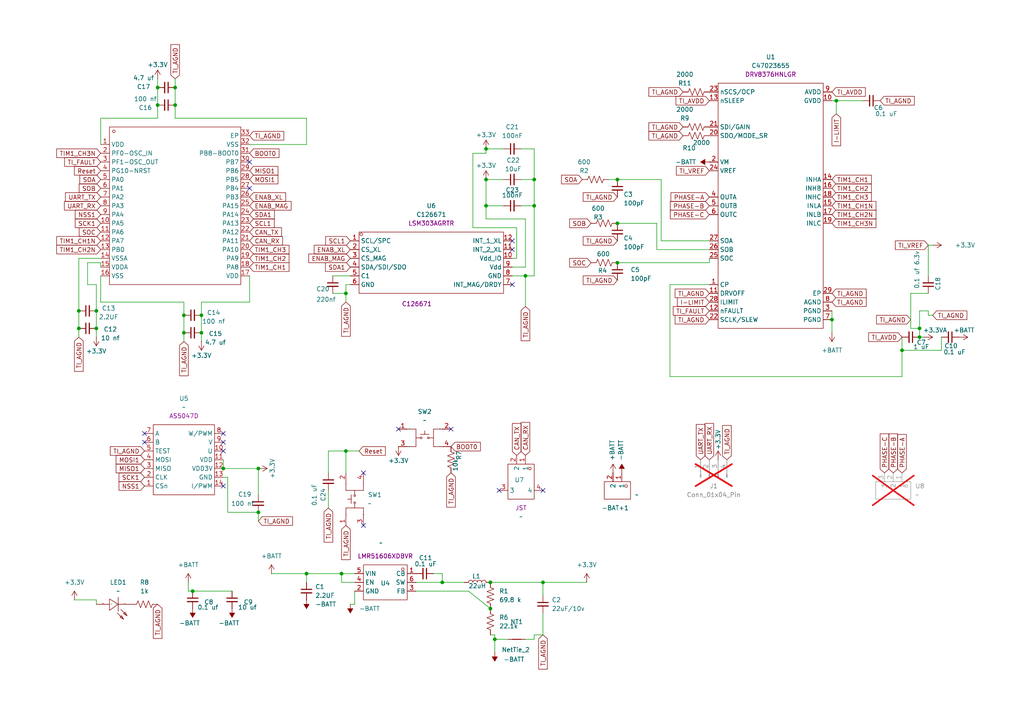
<source format=kicad_sch>
(kicad_sch (version 20250114) (generator "eeschema") (generator_version "9.0")
  (paper "A4")
  (junction (at 100.33 85.09))
  (junction (at 50.8 25.4))
  (junction (at 50.8 30.48))
  (junction (at 53.34 96.52))
  (junction (at 27.94 90.17))
  (junction (at 179.07 52.07))
  (junction (at 157.48 168.91))
  (junction (at 55.88 171.45))
  (junction (at 154.94 59.69))
  (junction (at 99.06 166.37))
  (junction (at 152.4 80.01))
  (junction (at 45.72 25.4))
  (junction (at 266.7 95.25))
  (junction (at 74.93 135.89))
  (junction (at 58.42 91.44))
  (junction (at 45.72 30.48))
  (junction (at 154.94 52.07))
  (junction (at 266.7 97.79))
  (junction (at 53.34 91.44))
  (junction (at 142.24 176.53))
  (junction (at 140.97 43.18))
  (junction (at 22.86 90.17))
  (junction (at 88.9 166.37))
  (junction (at 27.94 95.25))
  (junction (at 100.33 130.81))
  (junction (at 143.51 185.42))
  (junction (at 22.86 95.25))
  (junction (at 128.27 168.91))
  (junction (at 140.97 52.07))
  (junction (at 58.42 96.52))
  (junction (at 140.97 59.69))
  (junction (at 261.62 101.6))
  (junction (at 179.07 64.77))
  (junction (at 142.24 168.91))
  (junction (at 242.57 29.21))
  (junction (at 179.07 76.2))
  (junction (at 241.3 92.71))
  (junction (at 64.77 135.89))
  (junction (at 74.93 148.59))
  (no_connect (at 144.78 142.24))
  (no_connect (at 157.48 142.24))
  (no_connect (at 130.81 124.46))
  (no_connect (at 64.77 125.73))
  (no_connect (at 148.59 72.39))
  (no_connect (at 64.77 140.97))
  (no_connect (at 115.57 124.46))
  (no_connect (at 105.41 152.4))
  (no_connect (at 64.77 130.81))
  (no_connect (at 64.77 128.27))
  (no_connect (at 105.41 137.16))
  (no_connect (at 148.59 82.55))
  (no_connect (at 72.39 46.99))
  (no_connect (at 41.91 128.27))
  (no_connect (at 148.59 69.85))
  (no_connect (at 41.91 125.73))
  (no_connect (at 72.39 54.61))
  (wire (pts (xy 154.94 52.07) (xy 154.94 59.69)))
  (wire (pts (xy 128.27 166.37) (xy 128.27 168.91)))
  (wire (pts (xy 66.04 148.59) (xy 74.93 148.59)))
  (wire (pts (xy 53.34 99.06) (xy 53.34 96.52)))
  (wire (pts (xy 102.87 168.91) (xy 99.06 168.91)))
  (wire (pts (xy 205.74 82.55) (xy 194.31 82.55)))
  (wire (pts (xy 45.72 30.48) (xy 45.72 25.4)))
  (wire (pts (xy 205.74 76.2) (xy 205.74 74.93)))
  (wire (pts (xy 74.93 143.51) (xy 74.93 135.89)))
  (wire (pts (xy 55.88 171.45) (xy 67.31 171.45)))
  (wire (pts (xy 191.77 52.07) (xy 191.77 69.85)))
  (wire (pts (xy 143.51 185.42) (xy 143.51 189.23)))
  (wire (pts (xy 157.48 168.91) (xy 170.18 168.91)))
  (wire (pts (xy 151.13 52.07) (xy 154.94 52.07)))
  (wire (pts (xy 54.61 168.91) (xy 54.61 171.45)))
  (wire (pts (xy 102.87 171.45) (xy 102.87 175.26)))
  (wire (pts (xy 22.86 97.79) (xy 22.86 95.25)))
  (wire (pts (xy 58.42 99.06) (xy 58.42 96.52)))
  (wire (pts (xy 45.72 22.86) (xy 45.72 25.4)))
  (wire (pts (xy 154.94 43.18) (xy 154.94 52.07)))
  (wire (pts (xy 146.05 59.69) (xy 140.97 59.69)))
  (wire (pts (xy 135.89 171.45) (xy 142.24 176.53)))
  (wire (pts (xy 140.97 43.18) (xy 146.05 43.18)))
  (wire (pts (xy 143.51 184.15) (xy 142.24 184.15)))
  (wire (pts (xy 261.62 97.79) (xy 261.62 101.6)))
  (wire (pts (xy 25.4 82.55) (xy 25.4 76.2)))
  (wire (pts (xy 152.4 80.01) (xy 148.59 80.01)))
  (wire (pts (xy 78.74 166.37) (xy 88.9 166.37)))
  (wire (pts (xy 261.62 101.6) (xy 273.05 101.6)))
  (wire (pts (xy 269.24 91.44) (xy 270.51 91.44)))
  (wire (pts (xy 269.24 90.17) (xy 269.24 91.44)))
  (wire (pts (xy 152.4 77.47) (xy 148.59 77.47)))
  (wire (pts (xy 100.33 82.55) (xy 100.33 85.09)))
  (wire (pts (xy 191.77 69.85) (xy 205.74 69.85)))
  (wire (pts (xy 152.4 63.5) (xy 140.97 63.5)))
  (wire (pts (xy 50.8 34.29) (xy 50.8 30.48)))
  (wire (pts (xy 50.8 22.86) (xy 50.8 25.4)))
  (wire (pts (xy 137.16 66.04) (xy 149.86 66.04)))
  (wire (pts (xy 137.16 44.45) (xy 137.16 66.04)))
  (wire (pts (xy 96.52 80.01) (xy 101.6 80.01)))
  (wire (pts (xy 100.33 137.16) (xy 100.33 130.81)))
  (wire (pts (xy 179.07 76.2) (xy 205.74 76.2)))
  (wire (pts (xy 176.53 52.07) (xy 179.07 52.07)))
  (wire (pts (xy 194.31 82.55) (xy 194.31 109.22)))
  (wire (pts (xy 64.77 135.89) (xy 64.77 133.35)))
  (wire (pts (xy 66.04 138.43) (xy 66.04 148.59)))
  (wire (pts (xy 149.86 66.04) (xy 149.86 74.93)))
  (wire (pts (xy 50.8 34.29) (xy 88.9 34.29)))
  (wire (pts (xy 53.34 87.63) (xy 53.34 91.44)))
  (wire (pts (xy 142.24 168.91) (xy 157.48 168.91)))
  (wire (pts (xy 190.5 72.39) (xy 190.5 64.77)))
  (wire (pts (xy 205.74 72.39) (xy 190.5 72.39)))
  (wire (pts (xy 120.65 168.91) (xy 128.27 168.91)))
  (wire (pts (xy 154.94 184.15) (xy 154.94 185.42)))
  (wire (pts (xy 152.4 63.5) (xy 152.4 77.47)))
  (wire (pts (xy 22.86 74.93) (xy 29.21 74.93)))
  (wire (pts (xy 88.9 34.29) (xy 88.9 41.91)))
  (wire (pts (xy 148.59 74.93) (xy 149.86 74.93)))
  (wire (pts (xy 140.97 52.07) (xy 146.05 52.07)))
  (wire (pts (xy 27.94 97.79) (xy 27.94 95.25)))
  (wire (pts (xy 72.39 87.63) (xy 72.39 80.01)))
  (wire (pts (xy 152.4 80.01) (xy 152.4 88.9)))
  (wire (pts (xy 140.97 43.18) (xy 140.97 44.45)))
  (wire (pts (xy 154.94 59.69) (xy 154.94 80.01)))
  (wire (pts (xy 190.5 64.77) (xy 179.07 64.77)))
  (wire (pts (xy 273.05 97.79) (xy 273.05 101.6)))
  (wire (pts (xy 102.87 175.26) (xy 101.6 175.26)))
  (wire (pts (xy 88.9 166.37) (xy 99.06 166.37)))
  (wire (pts (xy 88.9 41.91) (xy 72.39 41.91)))
  (wire (pts (xy 99.06 168.91) (xy 99.06 166.37)))
  (wire (pts (xy 27.94 90.17) (xy 27.94 95.25)))
  (wire (pts (xy 241.3 90.17) (xy 241.3 92.71)))
  (wire (pts (xy 151.13 59.69) (xy 154.94 59.69)))
  (wire (pts (xy 29.21 87.63) (xy 29.21 80.01)))
  (wire (pts (xy 261.62 101.6) (xy 261.62 109.22)))
  (wire (pts (xy 151.13 43.18) (xy 154.94 43.18)))
  (wire (pts (xy 120.65 171.45) (xy 135.89 171.45)))
  (wire (pts (xy 29.21 34.29) (xy 29.21 41.91)))
  (wire (pts (xy 96.52 85.09) (xy 100.33 85.09)))
  (wire (pts (xy 54.61 171.45) (xy 55.88 171.45)))
  (wire (pts (xy 99.06 166.37) (xy 102.87 166.37)))
  (wire (pts (xy 241.3 92.71) (xy 241.3 96.52)))
  (wire (pts (xy 266.7 90.17) (xy 266.7 95.25)))
  (wire (pts (xy 152.4 80.01) (xy 154.94 80.01)))
  (wire (pts (xy 154.94 184.15) (xy 157.48 184.15)))
  (wire (pts (xy 269.24 90.17) (xy 266.7 90.17)))
  (wire (pts (xy 154.94 185.42) (xy 152.4 185.42)))
  (wire (pts (xy 125.73 166.37) (xy 128.27 166.37)))
  (wire (pts (xy 140.97 59.69) (xy 140.97 63.5)))
  (wire (pts (xy 58.42 91.44) (xy 58.42 87.63)))
  (wire (pts (xy 267.97 97.79) (xy 266.7 97.79)))
  (wire (pts (xy 45.72 30.48) (xy 45.72 34.29)))
  (wire (pts (xy 29.21 76.2) (xy 29.21 77.47)))
  (wire (pts (xy 266.7 95.25) (xy 266.7 97.79)))
  (wire (pts (xy 27.94 82.55) (xy 25.4 82.55)))
  (wire (pts (xy 157.48 168.91) (xy 157.48 172.72)))
  (wire (pts (xy 242.57 33.02) (xy 242.57 29.21)))
  (wire (pts (xy 264.16 85.09) (xy 264.16 95.25)))
  (wire (pts (xy 74.93 151.13) (xy 74.93 148.59)))
  (wire (pts (xy 64.77 135.89) (xy 74.93 135.89)))
  (wire (pts (xy 264.16 85.09) (xy 269.24 85.09)))
  (wire (pts (xy 270.51 71.12) (xy 269.24 71.12)))
  (wire (pts (xy 269.24 71.12) (xy 269.24 80.01)))
  (wire (pts (xy 95.25 147.32) (xy 95.25 142.24)))
  (wire (pts (xy 179.07 52.07) (xy 191.77 52.07)))
  (wire (pts (xy 45.72 34.29) (xy 29.21 34.29)))
  (wire (pts (xy 100.33 85.09) (xy 100.33 87.63)))
  (wire (pts (xy 95.25 137.16) (xy 95.25 130.81)))
  (wire (pts (xy 100.33 130.81) (xy 104.14 130.81)))
  (wire (pts (xy 250.19 29.21) (xy 242.57 29.21)))
  (wire (pts (xy 66.04 138.43) (xy 64.77 138.43)))
  (wire (pts (xy 128.27 168.91) (xy 134.62 168.91)))
  (wire (pts (xy 157.48 184.15) (xy 157.48 177.8)))
  (wire (pts (xy 22.86 95.25) (xy 22.86 90.17)))
  (wire (pts (xy 242.57 29.21) (xy 241.3 29.21)))
  (wire (pts (xy 58.42 91.44) (xy 58.42 96.52)))
  (wire (pts (xy 53.34 91.44) (xy 53.34 96.52)))
  (wire (pts (xy 22.86 74.93) (xy 22.86 90.17)))
  (wire (pts (xy 147.32 185.42) (xy 143.51 185.42)))
  (wire (pts (xy 53.34 87.63) (xy 29.21 87.63)))
  (wire (pts (xy 27.94 90.17) (xy 27.94 82.55)))
  (wire (pts (xy 264.16 95.25) (xy 266.7 95.25)))
  (wire (pts (xy 21.59 173.99) (xy 27.94 173.99)))
  (wire (pts (xy 50.8 30.48) (xy 50.8 25.4)))
  (wire (pts (xy 194.31 109.22) (xy 261.62 109.22)))
  (wire (pts (xy 95.25 130.81) (xy 100.33 130.81)))
  (wire (pts (xy 58.42 87.63) (xy 72.39 87.63)))
  (wire (pts (xy 25.4 76.2) (xy 29.21 76.2)))
  (wire (pts (xy 140.97 52.07) (xy 140.97 59.69)))
  (wire (pts (xy 101.6 82.55) (xy 100.33 82.55)))
  (wire (pts (xy 27.94 173.99) (xy 27.94 175.26)))
  (wire (pts (xy 88.9 166.37) (xy 88.9 168.91)))
  (wire (pts (xy 143.51 184.15) (xy 143.51 185.42)))
  (wire (pts (xy 140.97 44.45) (xy 137.16 44.45)))
  (global_label "TI_AGND" (shape input) (at 210.82 133.35 90) (property "Intersheetrefs" "${INTERSHEET_REFS}" (effects (hide yes))))
  (global_label "SOC" (shape input) (at 29.21 67.31 180) (property "Intersheetrefs" "${INTERSHEET_REFS}" (effects (hide yes))))
  (global_label "SCL1" (shape input) (at 72.39 64.77 0) (property "Intersheetrefs" "${INTERSHEET_REFS}" (effects (hide yes))))
  (global_label "CAN_RX" (shape input) (at 152.4 132.08 90) (property "Intersheetrefs" "${INTERSHEET_REFS}" (effects (hide yes))))
  (global_label "TIM1_CH1N" (shape input) (at 241.3 59.69 0) (property "Intersheetrefs" "${INTERSHEET_REFS}" (effects (hide yes))))
  (global_label "UART_RX" (shape input) (at 205.74 133.35 90) (property "Intersheetrefs" "${INTERSHEET_REFS}" (effects (hide yes))))
  (global_label "ENAB_MAG" (shape input) (at 72.39 59.69 0) (property "Intersheetrefs" "${INTERSHEET_REFS}" (effects (hide yes))))
  (global_label "TIM1_CH2N" (shape input) (at 241.3 62.23 0) (property "Intersheetrefs" "${INTERSHEET_REFS}" (effects (hide yes))))
  (global_label "TIM1_CH3N" (shape input) (at 29.21 44.45 180) (property "Intersheetrefs" "${INTERSHEET_REFS}" (effects (hide yes))))
  (global_label "UART_RX" (shape input) (at 29.21 59.69 180) (property "Intersheetrefs" "${INTERSHEET_REFS}" (effects (hide yes))))
  (global_label "TI_VREF" (shape input) (at 269.24 71.12 180) (property "Intersheetrefs" "${INTERSHEET_REFS}" (effects (hide yes))))
  (global_label "I-LIMIT" (shape input) (at 242.57 33.02 270) (property "Intersheetrefs" "${INTERSHEET_REFS}" (effects (hide yes))))
  (global_label "TI_AGND" (shape input) (at 72.39 39.37 0) (property "Intersheetrefs" "${INTERSHEET_REFS}" (effects (hide yes))))
  (global_label "SOB" (shape input) (at 29.21 54.61 180) (property "Intersheetrefs" "${INTERSHEET_REFS}" (effects (hide yes))))
  (global_label "ENAB_MAG" (shape input) (at 101.6 74.93 180) (property "Intersheetrefs" "${INTERSHEET_REFS}" (effects (hide yes))))
  (global_label "TI_AGND" (shape input) (at 270.51 91.44 0) (property "Intersheetrefs" "${INTERSHEET_REFS}" (effects (hide yes))))
  (global_label "TI_AGND" (shape input) (at 198.12 26.67 180) (property "Intersheetrefs" "${INTERSHEET_REFS}" (effects (hide yes))))
  (global_label "MOSI1" (shape input) (at 41.91 133.35 180) (property "Intersheetrefs" "${INTERSHEET_REFS}" (effects (hide yes))))
  (global_label "UART_TX" (shape input) (at 29.21 57.15 180) (property "Intersheetrefs" "${INTERSHEET_REFS}" (effects (hide yes))))
  (global_label "TIM1_CH2" (shape input) (at 241.3 54.61 0) (property "Intersheetrefs" "${INTERSHEET_REFS}" (effects (hide yes))))
  (global_label "I-LIMIT" (shape input) (at 205.74 87.63 180) (property "Intersheetrefs" "${INTERSHEET_REFS}" (effects (hide yes))))
  (global_label "CAN_TX" (shape input) (at 149.86 132.08 90) (property "Intersheetrefs" "${INTERSHEET_REFS}" (effects (hide yes))))
  (global_label "CAN_RX" (shape input) (at 72.39 69.85 0) (property "Intersheetrefs" "${INTERSHEET_REFS}" (effects (hide yes))))
  (global_label "TI_VREF" (shape input) (at 205.74 49.53 180) (property "Intersheetrefs" "${INTERSHEET_REFS}" (effects (hide yes))))
  (global_label "NSS1" (shape input) (at 29.21 62.23 180) (property "Intersheetrefs" "${INTERSHEET_REFS}" (effects (hide yes))))
  (global_label "SOA" (shape input) (at 168.91 52.07 180) (property "Intersheetrefs" "${INTERSHEET_REFS}" (effects (hide yes))))
  (global_label "SDA1" (shape input) (at 72.39 62.23 0) (property "Intersheetrefs" "${INTERSHEET_REFS}" (effects (hide yes))))
  (global_label "PHASE-C" (shape input) (at 256.54 137.16 90) (property "Intersheetrefs" "${INTERSHEET_REFS}" (effects (hide yes))))
  (global_label "CAN_TX" (shape input) (at 72.39 67.31 0) (property "Intersheetrefs" "${INTERSHEET_REFS}" (effects (hide yes))))
  (global_label "MISO1" (shape input) (at 41.91 135.89 180) (property "Intersheetrefs" "${INTERSHEET_REFS}" (effects (hide yes))))
  (global_label "SCL1" (shape input) (at 101.6 69.85 180) (property "Intersheetrefs" "${INTERSHEET_REFS}" (effects (hide yes))))
  (global_label "MOSI1" (shape input) (at 72.39 52.07 0) (property "Intersheetrefs" "${INTERSHEET_REFS}" (effects (hide yes))))
  (global_label "BOOT0" (shape input) (at 72.39 44.45 0) (property "Intersheetrefs" "${INTERSHEET_REFS}" (effects (hide yes))))
  (global_label "TI_AGND" (shape input) (at 100.33 152.4 270) (property "Intersheetrefs" "${INTERSHEET_REFS}" (effects (hide yes))))
  (global_label "TIM1_CH1" (shape input) (at 241.3 52.07 0) (property "Intersheetrefs" "${INTERSHEET_REFS}" (effects (hide yes))))
  (global_label "TI_AVDD" (shape input) (at 261.62 97.79 180) (property "Intersheetrefs" "${INTERSHEET_REFS}" (effects (hide yes))))
  (global_label "TI_AGND" (shape input) (at 198.12 36.83 180) (property "Intersheetrefs" "${INTERSHEET_REFS}" (effects (hide yes))))
  (global_label "TI_AGND" (shape input) (at 50.8 22.86 90) (property "Intersheetrefs" "${INTERSHEET_REFS}" (effects (hide yes))))
  (global_label "TI_AGND" (shape input) (at 41.91 130.81 180) (property "Intersheetrefs" "${INTERSHEET_REFS}" (effects (hide yes))))
  (global_label "TI_AGND" (shape input) (at 198.12 39.37 180) (property "Intersheetrefs" "${INTERSHEET_REFS}" (effects (hide yes))))
  (global_label "TI_AGND" (shape input) (at 22.86 97.79 270) (property "Intersheetrefs" "${INTERSHEET_REFS}" (effects (hide yes))))
  (global_label "ENAB_XL" (shape input) (at 72.39 57.15 0) (property "Intersheetrefs" "${INTERSHEET_REFS}" (effects (hide yes))))
  (global_label "PHASE-B" (shape input) (at 259.08 137.16 90) (property "Intersheetrefs" "${INTERSHEET_REFS}" (effects (hide yes))))
  (global_label "TI_AGND" (shape input) (at 264.16 92.71 180) (property "Intersheetrefs" "${INTERSHEET_REFS}" (effects (hide yes))))
  (global_label "TIM1_CH3" (shape input) (at 72.39 72.39 0) (property "Intersheetrefs" "${INTERSHEET_REFS}" (effects (hide yes))))
  (global_label "BOOT0" (shape input) (at 130.81 129.54 0) (property "Intersheetrefs" "${INTERSHEET_REFS}" (effects (hide yes))))
  (global_label "TI_AGND" (shape input) (at 241.3 85.09 0) (property "Intersheetrefs" "${INTERSHEET_REFS}" (effects (hide yes))))
  (global_label "SCK1" (shape input) (at 41.91 138.43 180) (property "Intersheetrefs" "${INTERSHEET_REFS}" (effects (hide yes))))
  (global_label "TI_AVDD" (shape input) (at 205.74 29.21 180) (property "Intersheetrefs" "${INTERSHEET_REFS}" (effects (hide yes))))
  (global_label "Reset" (shape input) (at 29.21 49.53 180) (property "Intersheetrefs" "${INTERSHEET_REFS}" (effects (hide yes))))
  (global_label "TI_AGND" (shape input) (at 74.93 151.13 0) (property "Intersheetrefs" "${INTERSHEET_REFS}" (effects (hide yes))))
  (global_label "TI_AGND" (shape input) (at 179.07 69.85 180) (property "Intersheetrefs" "${INTERSHEET_REFS}" (effects (hide yes))))
  (global_label "SDA1" (shape input) (at 101.6 77.47 180) (property "Intersheetrefs" "${INTERSHEET_REFS}" (effects (hide yes))))
  (global_label "ENAB_XL" (shape input) (at 101.6 72.39 180) (property "Intersheetrefs" "${INTERSHEET_REFS}" (effects (hide yes))))
  (global_label "PHASE-A" (shape input) (at 205.74 57.15 180) (property "Intersheetrefs" "${INTERSHEET_REFS}" (effects (hide yes))))
  (global_label "TI_AGND" (shape input) (at 152.4 88.9 270) (property "Intersheetrefs" "${INTERSHEET_REFS}" (effects (hide yes))))
  (global_label "TI_AGND" (shape input) (at 179.07 81.28 180) (property "Intersheetrefs" "${INTERSHEET_REFS}" (effects (hide yes))))
  (global_label "TIM1_CH3" (shape input) (at 241.3 57.15 0) (property "Intersheetrefs" "${INTERSHEET_REFS}" (effects (hide yes))))
  (global_label "TI_AGND" (shape input) (at 130.81 137.16 270) (property "Intersheetrefs" "${INTERSHEET_REFS}" (effects (hide yes))))
  (global_label "NSS1" (shape input) (at 41.91 140.97 180) (property "Intersheetrefs" "${INTERSHEET_REFS}" (effects (hide yes))))
  (global_label "PHASE-C" (shape input) (at 205.74 62.23 180) (property "Intersheetrefs" "${INTERSHEET_REFS}" (effects (hide yes))))
  (global_label "TI_FAULT" (shape input) (at 29.21 46.99 180) (property "Intersheetrefs" "${INTERSHEET_REFS}" (effects (hide yes))))
  (global_label "PHASE-B" (shape input) (at 205.74 59.69 180) (property "Intersheetrefs" "${INTERSHEET_REFS}" (effects (hide yes))))
  (global_label "TIM1_CH1N" (shape input) (at 29.21 69.85 180) (property "Intersheetrefs" "${INTERSHEET_REFS}" (effects (hide yes))))
  (global_label "TI_AGND" (shape input) (at 45.72 175.26 270) (property "Intersheetrefs" "${INTERSHEET_REFS}" (effects (hide yes))))
  (global_label "SOB" (shape input) (at 171.45 64.77 180) (property "Intersheetrefs" "${INTERSHEET_REFS}" (effects (hide yes))))
  (global_label "TI_AGND" (shape input) (at 100.33 87.63 270) (property "Intersheetrefs" "${INTERSHEET_REFS}" (effects (hide yes))))
  (global_label "TI_AGND" (shape input) (at 255.27 29.21 0) (property "Intersheetrefs" "${INTERSHEET_REFS}" (effects (hide yes))))
  (global_label "TI_AGND" (shape input) (at 241.3 87.63 0) (property "Intersheetrefs" "${INTERSHEET_REFS}" (effects (hide yes))))
  (global_label "TI_AVDD" (shape input) (at 241.3 26.67 0) (property "Intersheetrefs" "${INTERSHEET_REFS}" (effects (hide yes))))
  (global_label "TI_FAULT" (shape input) (at 205.74 90.17 180) (property "Intersheetrefs" "${INTERSHEET_REFS}" (effects (hide yes))))
  (global_label "TIM1_CH3N" (shape input) (at 241.3 64.77 0) (property "Intersheetrefs" "${INTERSHEET_REFS}" (effects (hide yes))))
  (global_label "TI_AGND" (shape input) (at 205.74 85.09 180) (property "Intersheetrefs" "${INTERSHEET_REFS}" (effects (hide yes))))
  (global_label "Reset" (shape input) (at 104.14 130.81 0) (property "Intersheetrefs" "${INTERSHEET_REFS}" (effects (hide yes))))
  (global_label "MISO1" (shape input) (at 72.39 49.53 0) (property "Intersheetrefs" "${INTERSHEET_REFS}" (effects (hide yes))))
  (global_label "TIM1_CH2" (shape input) (at 72.39 74.93 0) (property "Intersheetrefs" "${INTERSHEET_REFS}" (effects (hide yes))))
  (global_label "UART_TX" (shape input) (at 203.2 133.35 90) (property "Intersheetrefs" "${INTERSHEET_REFS}" (effects (hide yes))))
  (global_label "TI_AGND" (shape input) (at 205.74 92.71 180) (property "Intersheetrefs" "${INTERSHEET_REFS}" (effects (hide yes))))
  (global_label "SOA" (shape input) (at 29.21 52.07 180) (property "Intersheetrefs" "${INTERSHEET_REFS}" (effects (hide yes))))
  (global_label "TI_AGND" (shape input) (at 179.07 57.15 180) (property "Intersheetrefs" "${INTERSHEET_REFS}" (effects (hide yes))))
  (global_label "TIM1_CH1" (shape input) (at 72.39 77.47 0) (property "Intersheetrefs" "${INTERSHEET_REFS}" (effects (hide yes))))
  (global_label "TI_AGND" (shape input) (at 157.48 184.15 270) (property "Intersheetrefs" "${INTERSHEET_REFS}" (effects (hide yes))))
  (global_label "SOC" (shape input) (at 171.45 76.2 180) (property "Intersheetrefs" "${INTERSHEET_REFS}" (effects (hide yes))))
  (global_label "SCK1" (shape input) (at 29.21 64.77 180) (property "Intersheetrefs" "${INTERSHEET_REFS}" (effects (hide yes))))
  (global_label "TI_AGND" (shape input) (at 95.25 147.32 270) (property "Intersheetrefs" "${INTERSHEET_REFS}" (effects (hide yes))))
  (global_label "TIM1_CH2N" (shape input) (at 29.21 72.39 180) (property "Intersheetrefs" "${INTERSHEET_REFS}" (effects (hide yes))))
  (global_label "TI_AGND" (shape input) (at 53.34 99.06 270) (property "Intersheetrefs" "${INTERSHEET_REFS}" (effects (hide yes))))
  (global_label "PHASE-A" (shape input) (at 261.62 137.16 90) (property "Intersheetrefs" "${INTERSHEET_REFS}" (effects (hide yes))))
  (symbol (lib_id "Device:R_US") (at 172.72 52.07 270) (unit 1)
    (property "Reference" "R2" (at 169.418 49.53 90))
    (property "Value" "600" (at 169.418 46.99 90))
    (property "Footprint" "Resistor_SMD:R_0201_0603Metric" (effects (hide yes)))
    (property "Description" "Resistor, US symbol" (effects (hide yes)))
  )
  (symbol (lib_id "Device:L") (at 138.43 168.91 90) (unit 1)
    (property "Reference" "L1" (at 138.176 167.132 90))
    (property "Value" "22uH" (at 138.43 169.926 90))
    (property "Footprint" "Inductor_SMD:L_Bourns_SRP5030T" (effects (hide yes)))
    (property "Description" "Inductor" (effects (hide yes)))
    (property "Supplier Part" "C7461351" (effects (hide yes)))
  )
  (symbol (lib_id "power:-BATT") (at 205.74 46.99 90) (unit 1)
    (property "Reference" "#PWR012" (effects (hide yes)))
    (property "Value" "-BATT" (at 201.93 46.9899 90) (effects (justify left)))
    (property "Description" "Power symbol creates a global label with name \"-BATT\"" (effects (hide yes)))
  )
  (symbol (lib_id "bldc controller:WAFER-XH254WZ-2AM") (at 179.07 142.24 270) (unit 1)
    (property "Reference" "-BAT+1" (at 174.498 147.32 90) (effects (justify left)))
    (property "Value" "~" (at 184.15 143.5099 90) (effects (justify left)))
    (property "Footprint" "Connector_JST:JST_EH_B2B-EH-A_1x02_P2.50mm_Vertical" (effects (hide yes)))
    (property "Datasheet" "https://item.szlcsc.com/datasheet/WAFER-XH254WZ-2AM/24478766.html" (effects (hide yes)))
    (property "Description" "Pins Structure:1x2P Pitch:2.54mm Mounting Type:Right Angle Reference Series:XH Number of Pins:2P Number of Rows:1 Number of PINs Per Row:2 Current Rating:3A Contact Material:Brass Operating Temperature:-25°C~+85°C Operating Temperature:-25°C~+85°C Voltage Rat" (effects (hide yes)))
    (property "Manufacturer Part" "WAFER-XH254WZ-2AM" (effects (hide yes)))
    (property "Manufacturer" "HANBO(汉博)" (effects (hide yes)))
    (property "Supplier Part" "C22751831" (effects (hide yes)))
    (property "Supplier" "LCSC" (effects (hide yes)))
    (property "LCSC Part Name" "1x2P 间距:2.54mm 弯插 系列:XH" (effects (hide yes)))
  )
  (symbol (lib_id "Device:R_US") (at 41.91 175.26 90) (unit 1)
    (property "Reference" "R8" (at 41.91 168.91 90))
    (property "Value" "1k" (at 41.91 171.45 90))
    (property "Footprint" "Resistor_SMD:R_0603_1608Metric" (effects (hide yes)))
    (property "Description" "Resistor, US symbol" (effects (hide yes)))
  )
  (symbol (lib_id "power:-BATT") (at 88.9 173.99 180) (unit 1)
    (property "Reference" "#PWR025" (effects (hide yes)))
    (property "Value" "-BATT" (at 91.44 175.2599 0) (effects (justify right)))
    (property "Description" "Power symbol creates a global label with name \"-BATT\"" (effects (hide yes)))
  )
  (symbol (lib_id "Device:C_Small") (at 148.59 52.07 90) (unit 1)
    (property "Reference" "C22" (at 148.844 46.482 90))
    (property "Value" "10uF" (at 148.844 49.022 90))
    (property "Footprint" "Capacitor_SMD:C_0603_1608Metric" (effects (hide yes)))
    (property "Description" "Unpolarized capacitor, small symbol" (effects (hide yes)))
  )
  (symbol (lib_id "Device:R_US") (at 175.26 64.77 270) (unit 1)
    (property "Reference" "R3" (at 173.482 62.992 90))
    (property "Value" "600" (at 173.482 60.452 90))
    (property "Footprint" "Resistor_SMD:R_0201_0603Metric" (effects (hide yes)))
    (property "Description" "Resistor, US symbol" (effects (hide yes)))
  )
  (symbol (lib_id "bldc controller:LSM303AGRTR") (at 125.73 76.2 0) (unit 1)
    (property "Reference" "U6" (at 125.095 59.69 0))
    (property "Value" "C126671" (at 125.095 62.23 0))
    (property "Footprint" "bldc-motor-footprints:LGA-12_L2.0-W2.0-P0.50-BL" (effects (hide yes)))
    (property "Datasheet" "https://atta.szlcsc.com/upload/public/pdf/source/20180403/C126671_E4CABC5ABBEC58D74E548CEDEFA0489C.pdf" (effects (hide yes)))
    (property "Description" "Sensor Type:Accelerometer Operating Temperature:-40°C~+85°C Operating Temperature:-40°C~+85°C" (effects (hide yes)))
    (property "Manufacturer Part" "LSM303AGRTR" (at 125.095 64.77 0))
    (property "Manufacturer" "ST(意法半导体)" (effects (hide yes)))
    (property "Supplier Part" "C126671" (at 120.904 88.138 0))
    (property "Supplier" "JLC" (effects (hide yes)))
    (property "LCSC Part Name" "LSM303AGRTR" (effects (hide yes)))
  )
  (symbol (lib_id "Device:C_Small") (at 148.59 43.18 90) (unit 1)
    (property "Reference" "C21" (at 148.5963 36.83 90))
    (property "Value" "100nF" (at 148.5963 39.37 90))
    (property "Footprint" "Capacitor_SMD:C_01005_0402Metric" (effects (hide yes)))
    (property "Description" "Unpolarized capacitor, small symbol" (effects (hide yes)))
  )
  (symbol (lib_id "power:+BATT") (at 78.74 166.37 0) (unit 1)
    (property "Reference" "#PWR04" (effects (hide yes)))
    (property "Value" "+BATT" (at 78.74 161.29 0))
    (property "Description" "Power symbol creates a global label with name \"+BATT\"" (effects (hide yes)))
  )
  (symbol (lib_id "bldc controller:AS5047D-ATSM") (at 53.34 133.35 0) (mirror x) (unit 1)
    (property "Reference" "U5" (at 53.34 115.57 0))
    (property "Value" "~" (at 53.34 118.11 0))
    (property "Footprint" "bldc-motor-footprints:TSSOP-14_L5.0-W4.4-P0.65-LS6.4-BL" (effects (hide yes)))
    (property "Datasheet" "https://item.szlcsc.com/datasheet/AS5047D-ATSM/2809610.html" (effects (hide yes)))
    (property "Manufacturer Part" "AS5047D" (at 53.34 120.65 0))
    (property "Manufacturer" "ams(艾迈斯半导体)" (effects (hide yes)))
    (property "Supplier Part" "C2693743" (effects (hide yes)))
    (property "Supplier" "LCSC" (effects (hide yes)))
    (property "LCSC Part Name" "AS5047D-ATSM" (effects (hide yes)))
  )
  (symbol (lib_id "Device:C_Small") (at 74.93 146.05 0) (mirror y) (unit 1)
    (property "Reference" "C19" (at 70.993 143.383 0))
    (property "Value" "100 nf" (at 70.358 146.05 0))
    (property "Footprint" "Capacitor_SMD:C_01005_0402Metric" (effects (hide yes)))
    (property "Description" "Unpolarized capacitor, small symbol" (effects (hide yes)))
  )
  (symbol (lib_id "power:-BATT") (at 143.51 189.23 180) (unit 1)
    (property "Reference" "#PWR01" (effects (hide yes)))
    (property "Value" "-BATT" (at 146.05 191.262 0) (effects (justify right)))
    (property "Description" "Power symbol creates a global label with name \"-BATT\"" (effects (hide yes)))
  )
  (symbol (lib_id "power:+3.3V") (at 140.97 52.07 0) (unit 1)
    (property "Reference" "#PWR040" (effects (hide yes)))
    (property "Value" "+3.3V" (at 140.97 48.006 0))
    (property "Description" "Power symbol creates a global label with name \"+3.3V\"" (effects (hide yes)))
  )
  (symbol (lib_id "power:+BATT") (at 54.61 168.91 0) (unit 1)
    (property "Reference" "#PWR021" (effects (hide yes)))
    (property "Value" "+BATT" (at 54.61 163.83 0))
    (property "Description" "Power symbol creates a global label with name \"+BATT\"" (effects (hide yes)))
  )
  (symbol (lib_id "power:+3.3V") (at 170.18 168.91 0) (unit 1)
    (property "Reference" "#PWR06" (effects (hide yes)))
    (property "Value" "+3.3V" (at 170.18 163.83 0))
    (property "Description" "Power symbol creates a global label with name \"+3.3V\"" (effects (hide yes)))
  )
  (symbol (lib_id "Device:C_Small") (at 55.88 91.44 90) (unit 1)
    (property "Reference" "C14" (at 61.976 90.678 90))
    (property "Value" "100 nf" (at 61.976 93.218 90))
    (property "Footprint" "Capacitor_SMD:C_01005_0402Metric" (effects (hide yes)))
    (property "Description" "Unpolarized capacitor, small symbol" (effects (hide yes)))
  )
  (symbol (lib_id "Device:C_Small") (at 264.16 97.79 270) (unit 1)
    (property "Reference" "C7" (at 267.208 99.314 90))
    (property "Value" "1 uF" (at 267.208 100.584 90))
    (property "Footprint" "Capacitor_SMD:C_0603_1608Metric" (effects (hide yes)))
    (property "Description" "Unpolarized capacitor, small symbol" (effects (hide yes)))
  )
  (symbol (lib_id "power:+3.3V") (at 140.97 43.18 0) (unit 1)
    (property "Reference" "#PWR042" (effects (hide yes)))
    (property "Value" "+3.3V" (at 140.97 39.116 0))
    (property "Description" "Power symbol creates a global label with name \"+3.3V\"" (effects (hide yes)))
  )
  (symbol (lib_id "power:-BATT") (at 101.6 175.26 180) (unit 1)
    (property "Reference" "#PWR05" (effects (hide yes)))
    (property "Value" "-BATT" (at 104.14 176.5299 0) (effects (justify right)))
    (property "Description" "Power symbol creates a global label with name \"-BATT\"" (effects (hide yes)))
  )
  (symbol (lib_id "power:-BATT") (at 55.88 176.53 180) (unit 1)
    (property "Reference" "#PWR022" (effects (hide yes)))
    (property "Value" "-BATT" (at 58.039 180.721 0) (effects (justify left)))
    (property "Description" "Power symbol creates a global label with name \"-BATT\"" (effects (hide yes)))
  )
  (symbol (lib_id "Device:C_Small") (at 95.25 139.7 0) (unit 1)
    (property "Reference" "C24" (at 93.726 143.51 90))
    (property "Value" "0.1 uF" (at 91.186 143.51 90))
    (property "Footprint" "Capacitor_SMD:C_0402_1005Metric" (effects (hide yes)))
    (property "Description" "Unpolarized capacitor, small symbol" (effects (hide yes)))
  )
  (symbol (lib_id "bldc controller:SKTAACE010") (at 102.87 144.78 90) (unit 1)
    (property "Reference" "SW1" (at 106.68 143.5099 90) (effects (justify right)))
    (property "Value" "~" (at 106.68 146.0499 90) (effects (justify right)))
    (property "Footprint" "bldc-motor-footprints:KEY-SMD_4P-L2.6-W1.6-P0.80-LS3.0" (effects (hide yes)))
    (property "Datasheet" "https://item.szlcsc.com/datasheet/SKTAACE010/333609.html" (effects (hide yes)))
    (property "Description" "Circuit:SPST Actuator Style:Round Button Mounting Type:Surface Mount,Vertical Length:2.6mm Width:1.6mm Switch Height:0.53mm Contact Current:50mA Voltage Rating:12V With Lamp:- Life:-" (effects (hide yes)))
    (property "Manufacturer Part" "SKTAACE010" (effects (hide yes)))
    (property "Manufacturer" "ALPSALPINE(阿尔卑斯阿尔派)" (effects (hide yes)))
    (property "Supplier Part" "C358621" (effects (hide yes)))
    (property "Supplier" "LCSC" (effects (hide yes)))
    (property "LCSC Part Name" "2.6*1.6*0.53mm 立贴 轻触开关" (effects (hide yes)))
  )
  (symbol (lib_id "Device:R_US") (at 201.93 36.83 270) (unit 1)
    (property "Reference" "R9" (at 198.628 34.29 90))
    (property "Value" "2000" (at 198.628 31.75 90))
    (property "Footprint" "Resistor_SMD:R_01005_0402Metric" (effects (hide yes)))
    (property "Description" "Resistor, US symbol" (effects (hide yes)))
  )
  (symbol (lib_id "bldc controller:SM02B-GHS-TB(LF)(SN)") (at 149.86 137.16 270) (unit 1)
    (property "Reference" "U7" (at 150.622 139.192 90))
    (property "Value" "~" (at 151.13 149.86 90))
    (property "Footprint" "Connector_JST:JST_GH_BM02B-GHS-TBT_1x02-1MP_P1.25mm_Vertical" (effects (hide yes)))
    (property "Datasheet" "https://item.szlcsc.com/datasheet/SM02B-GHS-TB(LF)(SN)/207058.html" (effects (hide yes)))
    (property "Description" "Pins Structure:1x2P Pitch:1.25mm Mounting Type:Surface Mount, Right Angle Reference Series:GH Number of Pins:2P Number of Rows:1 Number of PINs Per Row:2 Row Spacing:- Current Rating:1A Contact Material:Phosphor Bronze Contact Plating:Tin Operating Temper" (effects (hide yes)))
    (property "Manufacturer Part" "SM02B-GHS-TB(LF)(SN)" (effects (hide yes)))
    (property "Manufacturer" "JST" (at 151.13 147.32 90))
    (property "Supplier Part" "C189893" (effects (hide yes)))
    (property "Supplier" "LCSC" (effects (hide yes)))
    (property "LCSC Part Name" "1x2P 间距:1.25mm 卧贴 系列:GH" (effects (hide yes)))
  )
  (symbol (lib_id "Device:C_Small") (at 55.88 173.99 0) (unit 1)
    (property "Reference" "C8" (at 60.579 174.625 0))
    (property "Value" "0.1 uf" (at 60.325 176.149 0))
    (property "Footprint" "Capacitor_SMD:C_0402_1005Metric" (effects (hide yes)))
    (property "Description" "Unpolarized capacitor, small symbol" (effects (hide yes)))
  )
  (symbol (lib_id "power:+BATT") (at 278.13 97.79 270) (unit 1)
    (property "Reference" "#PWR024" (effects (hide yes)))
    (property "Value" "+BATT" (at 276.606 95.758 90) (effects (justify left)))
    (property "Description" "Power symbol creates a global label with name \"+BATT\"" (effects (hide yes)))
  )
  (symbol (lib_id "Device:C_Small") (at 275.59 97.79 270) (unit 1)
    (property "Reference" "C10" (at 275.844 100.33 90))
    (property "Value" "0.1 uF" (at 276.86 102.108 90))
    (property "Footprint" "Capacitor_SMD:C_0402_1005Metric" (effects (hide yes)))
    (property "Description" "Unpolarized capacitor, small symbol" (effects (hide yes)))
  )
  (symbol (lib_id "power:+3.3V") (at 45.72 22.86 0) (unit 1)
    (property "Reference" "#PWR029" (effects (hide yes)))
    (property "Value" "+3.3V" (at 45.72 18.796 0))
    (property "Description" "Power symbol creates a global label with name \"+3.3V\"" (effects (hide yes)))
  )
  (symbol (lib_id "power:+3.3V") (at 74.93 135.89 270) (mirror x) (unit 1)
    (property "Reference" "#PWR037" (effects (hide yes)))
    (property "Value" "+3.3V" (at 78.994 135.89 0))
    (property "Description" "Power symbol creates a global label with name \"+3.3V\"" (effects (hide yes)))
  )
  (symbol (lib_id "Connector:Conn_01x04_Pin") (at 205.74 138.43 90) (unit 1) (dnp yes)
    (property "Reference" "J1" (at 207.01 140.97 90))
    (property "Value" "Conn_01x04_Pin" (at 207.01 143.51 90))
    (property "Footprint" "Connector_PinHeader_1.00mm:PinHeader_1x04_P1.00mm_Vertical" (effects (hide yes)))
    (property "Description" "Generic connector, single row, 01x04, script generated" (effects (hide yes)))
  )
  (symbol (lib_id "Device:C_Small") (at 67.31 173.99 0) (unit 1)
    (property "Reference" "C9" (at 72.009 174.625 0))
    (property "Value" "10 uf" (at 71.755 176.149 0))
    (property "Footprint" "Capacitor_SMD:C_0603_1608Metric" (effects (hide yes)))
    (property "Description" "Unpolarized capacitor, small symbol" (effects (hide yes)))
  )
  (symbol (lib_id "bldc controller:DRV8376HNLGR") (at 223.52 59.69 0) (unit 1)
    (property "Reference" "U1" (at 223.52 16.51 0))
    (property "Value" "C47023655" (at 223.52 19.05 0))
    (property "Footprint" "bldc-motor-footprints:VQFN-28_L6.0-W5.0-P0.50-TL-EP4.0" (effects (hide yes)))
    (property "Datasheet" "https://www.ti.com.cn/cn/lit/ds/symlink/drv8376.pdf" (effects (hide yes)))
    (property "Manufacturer Part" "DRV8376HNLGR" (at 223.52 21.59 0))
    (property "Manufacturer" "TI(德州仪器)" (effects (hide yes)))
    (property "Supplier Part" "C47023655" (effects (hide yes)))
    (property "Supplier" "LCSC" (effects (hide yes)))
    (property "LCSC Part Name" "DRV8376HNLGR" (effects (hide yes)))
  )
  (symbol (lib_id "power:+3.3V") (at 27.94 97.79 180) (unit 1)
    (property "Reference" "#PWR030" (effects (hide yes)))
    (property "Value" "+3.3V" (at 27.94 101.854 0))
    (property "Description" "Power symbol creates a global label with name \"+3.3V\"" (effects (hide yes)))
  )
  (symbol (lib_id "power:+3.3V") (at 21.59 173.99 0) (unit 1)
    (property "Reference" "#PWR010" (effects (hide yes)))
    (property "Value" "+3.3V" (at 21.59 168.91 0))
    (property "Description" "Power symbol creates a global label with name \"+3.3V\"" (effects (hide yes)))
  )
  (symbol (lib_id "power:+3.3V") (at 208.28 133.35 0) (unit 1)
    (property "Reference" "#PWR046" (effects (hide yes)))
    (property "Value" "+3.3V" (at 208.28 127.508 90))
    (property "Description" "Power symbol creates a global label with name \"+3.3V\"" (effects (hide yes)))
  )
  (symbol (lib_id "bldc controller:KT-0603R") (at 33.02 175.26 180) (unit 1)
    (property "Reference" "LED1" (at 34.29 168.91 0))
    (property "Value" "~" (at 34.29 171.45 0))
    (property "Footprint" "LED_SMD:LED_0603_1608Metric" (effects (hide yes)))
    (property "Datasheet" "https://atta.szlcsc.com/upload/public/pdf/source/20160616/1466072038404.pdf" (effects (hide yes)))
    (property "Description" "Emitted Color:Red Power Dissipation:- Forward Current:- Dominant Wavelength:- Dominant Wavelength:- Peak Wavelength:- Diode Configuration:- Lens Color:- Color Temperature:- Color Temperature:- Viewing Angle:- Mounting Sytle:- Operating Temperature:-40°C~+8" (effects (hide yes)))
    (property "Manufacturer Part" "KT-0603R" (effects (hide yes)))
    (property "Manufacturer" "KENTO" (effects (hide yes)))
    (property "Supplier Part" "C2286" (effects (hide yes)))
    (property "Supplier" "LCSC" (effects (hide yes)))
    (property "LCSC Part Name" "0603 红灯 高亮" (effects (hide yes)))
  )
  (symbol (lib_id "bldc controller:STM32G431KBU6") (at 50.8 59.69 0) (unit 1)
    (property "Reference" "U3" (effects (hide yes)))
    (property "Value" "C529358" (effects (hide yes)))
    (property "Footprint" "bldc-motor-footprints:QFN-32_L5.0-W5.0-P0.50-BL-EP3.7" (effects (hide yes)))
    (property "Datasheet" "https://item.szlcsc.com/datasheet/STM32G431KBU6/549636.html" (effects (hide yes)))
    (property "Description" "CPU Core:ARM-M4 CPU Maximum Speed:170MHz Program Storage Size:128KB Program Memory Type:FLASH Number of I/O:26 ADC (Bit):12bit DAC (Bit):12bit Voltage - Supply:1.71V~3.6V Voltage - Supply:1.71V~3.6V Applications:-" (effects (hide yes)))
    (property "Manufacturer Part" "STM32G431KBU6" (effects (hide yes)))
    (property "Supplier Part" "C529358" (effects (hide yes)))
    (property "Supplier" "LCSC" (effects (hide yes)))
  )
  (symbol (lib_id "bldc controller:SKTAACE010") (at 123.19 127 0) (unit 1)
    (property "Reference" "SW2" (at 123.19 119.38 0))
    (property "Value" "~" (at 123.19 121.92 0))
    (property "Footprint" "bldc-motor-footprints:KEY-SMD_4P-L2.6-W1.6-P0.80-LS3.0" (effects (hide yes)))
    (property "Datasheet" "https://item.szlcsc.com/datasheet/SKTAACE010/333609.html" (effects (hide yes)))
    (property "Description" "Circuit:SPST Actuator Style:Round Button Mounting Type:Surface Mount,Vertical Length:2.6mm Width:1.6mm Switch Height:0.53mm Contact Current:50mA Voltage Rating:12V With Lamp:- Life:-" (effects (hide yes)))
    (property "Manufacturer Part" "SKTAACE010" (effects (hide yes)))
    (property "Manufacturer" "ALPSALPINE(阿尔卑斯阿尔派)" (effects (hide yes)))
    (property "Supplier Part" "C358621" (effects (hide yes)))
    (property "Supplier" "LCSC" (effects (hide yes)))
    (property "LCSC Part Name" "2.6*1.6*0.53mm 立贴 轻触开关" (effects (hide yes)))
  )
  (symbol (lib_id "Device:NetTie_2") (at 149.86 185.42 0) (unit 1) (in_bom no)
    (property "Reference" "NT1" (at 149.86 180.34 0))
    (property "Value" "NetTie_2" (at 149.606 188.468 0))
    (property "Footprint" "NetTie:NetTie-2_SMD_Pad0.5mm" (effects (hide yes)))
    (property "Description" "Net tie, 2 pins" (effects (hide yes)))
  )
  (symbol (lib_id "power:+3.3V") (at 58.42 99.06 180) (unit 1)
    (property "Reference" "#PWR027" (effects (hide yes)))
    (property "Value" "+3.3V" (at 58.42 103.124 0))
    (property "Description" "Power symbol creates a global label with name \"+3.3V\"" (effects (hide yes)))
  )
  (symbol (lib_id "Device:C_Small") (at 179.07 54.61 0) (unit 1)
    (property "Reference" "C3" (at 180.848 56.388 0) (effects (justify left)))
    (property "Value" "100pF" (at 180.848 58.928 0) (effects (justify left)))
    (property "Footprint" "Capacitor_SMD:C_01005_0402Metric" (effects (hide yes)))
    (property "Description" "Unpolarized capacitor, small symbol" (effects (hide yes)))
  )
  (symbol (lib_id "power:+3.3V") (at 270.51 71.12 270) (unit 1)
    (property "Reference" "#PWR09" (effects (hide yes)))
    (property "Value" "+3.3V" (at 279.908 71.12 90))
    (property "Description" "Power symbol creates a global label with name \"+3.3V\"" (effects (hide yes)))
  )
  (symbol (lib_id "bldc controller:MR30-M") (at 259.08 142.24 270) (unit 1) (dnp yes)
    (property "Reference" "U8" (at 265.43 140.9699 90) (effects (justify left)))
    (property "Value" "~" (at 265.43 143.5099 90) (effects (justify left)))
    (property "Footprint" "Connector_PinHeader_2.54mm:PinHeader_1x03_P2.54mm_Vertical" (effects (hide yes)))
    (property "Datasheet" "https://item.szlcsc.com/datasheet/MR30-M/101087.html" (effects (hide yes)))
    (property "Description" "Power:- Output:- Input:- Size:- Interface:- Type:- Colour:- MaximumCurrent:- Type:Aviation Plug RatedVoltage:- Type1:- NumberOfUSBHoles:- InterfaceType:Male MetalMaterial:- InsulationMaterial:- RatedCurrent:- RecommendedWireGauge:- FlameRetardantGrade:- c" (effects (hide yes)))
    (property "Manufacturer Part" "MR30-M" (effects (hide yes)))
    (property "Manufacturer" "AMASS(艾迈斯)" (effects (hide yes)))
    (property "Supplier Part" "C99873" (effects (hide yes)))
    (property "Supplier" "LCSC" (effects (hide yes)))
    (property "LCSC Part Name" "AMASS(艾迈斯)锂电池三芯电源连接器公头MR30-M 2件套" (effects (hide yes)))
  )
  (symbol (lib_id "Device:R_US") (at 130.81 133.35 0) (unit 1)
    (property "Reference" "R7" (at 133.096 132.08 90))
    (property "Value" "10k" (at 132.08 134.874 90))
    (property "Footprint" "Resistor_SMD:R_0402_1005Metric" (effects (hide yes)))
    (property "Description" "Resistor, US symbol" (effects (hide yes)))
  )
  (symbol (lib_id "Device:C_Small") (at 48.26 30.48 270) (unit 1)
    (property "Reference" "C16" (at 42.164 31.242 90))
    (property "Value" "100 nf" (at 42.164 28.702 90))
    (property "Footprint" "Capacitor_SMD:C_01005_0402Metric" (effects (hide yes)))
    (property "Description" "Unpolarized capacitor, small symbol" (effects (hide yes)))
  )
  (symbol (lib_id "power:-BATT") (at 67.31 176.53 180) (unit 1)
    (property "Reference" "#PWR023" (effects (hide yes)))
    (property "Value" "-BATT" (at 69.469 180.721 0) (effects (justify left)))
    (property "Description" "Power symbol creates a global label with name \"-BATT\"" (effects (hide yes)))
  )
  (symbol (lib_id "Device:R_US") (at 142.24 180.34 0) (unit 1)
    (property "Reference" "R6" (at 144.78 179.0699 0) (effects (justify left)))
    (property "Value" "22.1k" (at 144.78 181.6099 0) (effects (justify left)))
    (property "Footprint" "Resistor_SMD:R_0603_1608Metric" (effects (hide yes)))
    (property "Description" "Resistor, US symbol" (effects (hide yes)))
  )
  (symbol (lib_id "power:+BATT") (at 177.8 137.16 0) (unit 1)
    (property "Reference" "#PWR035" (effects (hide yes)))
    (property "Value" "+BATT" (at 177.546 130.556 90))
    (property "Description" "Power symbol creates a global label with name \"+BATT\"" (effects (hide yes)))
  )
  (symbol (lib_id "power:-BATT") (at 180.34 137.16 0) (unit 1)
    (property "Reference" "#PWR045" (effects (hide yes)))
    (property "Value" "-BATT" (at 180.086 130.556 90))
    (property "Description" "Power symbol creates a global label with name \"-BATT\"" (effects (hide yes)))
  )
  (symbol (lib_id "Device:C_Small") (at 179.07 78.74 0) (unit 1)
    (property "Reference" "C5" (at 182.88 78.232 0) (effects (justify left)))
    (property "Value" "100pF" (at 182.88 80.772 0) (effects (justify left)))
    (property "Footprint" "Capacitor_SMD:C_01005_0402Metric" (effects (hide yes)))
    (property "Description" "Unpolarized capacitor, small symbol" (effects (hide yes)))
  )
  (symbol (lib_id "Device:C_Small") (at 179.07 67.31 0) (unit 1)
    (property "Reference" "C4" (at 180.848 69.088 0) (effects (justify left)))
    (property "Value" "100pF" (at 180.848 71.628 0) (effects (justify left)))
    (property "Footprint" "Capacitor_SMD:C_01005_0402Metric" (effects (hide yes)))
    (property "Description" "Unpolarized capacitor, small symbol" (effects (hide yes)))
  )
  (symbol (lib_id "Device:C_Small") (at 252.73 29.21 270) (unit 1)
    (property "Reference" "C6" (at 254.762 31.242 90))
    (property "Value" "0.1 uF" (at 257.048 33.02 90))
    (property "Footprint" "Capacitor_SMD:C_01005_0402Metric" (effects (hide yes)))
    (property "Description" "Unpolarized capacitor, small symbol" (effects (hide yes)))
  )
  (symbol (lib_id "Device:C_Small") (at 157.48 175.26 0) (unit 1)
    (property "Reference" "C2" (at 160.02 173.9962 0) (effects (justify left)))
    (property "Value" "22uF/10v" (at 160.02 176.5362 0) (effects (justify left)))
    (property "Footprint" "Capacitor_SMD:C_0805_2012Metric" (effects (hide yes)))
    (property "Description" "Unpolarized capacitor, small symbol" (effects (hide yes)))
  )
  (symbol (lib_id "Device:R_US") (at 201.93 39.37 270) (unit 1)
    (property "Reference" "R10" (at 199.898 42.926 90))
    (property "Value" "2000" (at 203.454 41.402 90))
    (property "Footprint" "Resistor_SMD:R_01005_0402Metric" (effects (hide yes)))
    (property "Description" "Resistor, US symbol" (effects (hide yes)))
  )
  (symbol (lib_id "Device:C_Small") (at 55.88 96.52 90) (unit 1)
    (property "Reference" "C15" (at 62.484 96.774 90))
    (property "Value" "4.7 uf" (at 62.484 99.314 90))
    (property "Footprint" "Capacitor_SMD:C_0603_1608Metric" (effects (hide yes)))
    (property "Description" "Unpolarized capacitor, small symbol" (effects (hide yes)))
  )
  (symbol (lib_id "power:+3.3V") (at 115.57 129.54 180) (unit 1)
    (property "Reference" "#PWR033" (effects (hide yes)))
    (property "Value" "+3.3V" (at 115.57 133.604 0))
    (property "Description" "Power symbol creates a global label with name \"+3.3V\"" (effects (hide yes)))
  )
  (symbol (lib_id "bldc controller:LMR51606XDBVR") (at 113.03 168.91 0) (unit 1)
    (property "Reference" "U4" (at 111.76 169.164 0))
    (property "Value" "~" (at 110.49 157.48 0))
    (property "Footprint" "bldc-motor-footprints:SOT-23-6_L2.9-W1.6-P0.95-LS2.8-BR" (effects (hide yes)))
    (property "Datasheet" "https://item.szlcsc.com/datasheet/LMR51606XDBVR/22679703.html" (effects (hide yes)))
    (property "Description" "Function:Buck Output Type:Adjustable Voltage - Supply:4V~65V Voltage - Supply:4V~65V Output Voltage:- Output Voltage:- Output Current:600mA Frequency - Switching:400kHz Frequency - Switching:400kHz Operating Temperature:-40°C~+150°C Operating Temperature:-4" (effects (hide yes)))
    (property "Manufacturer Part" "LMR51606XDBVR" (at 111.76 161.29 0))
    (property "Manufacturer" "TI(德州仪器)" (effects (hide yes)))
    (property "Supplier Part" "C21260865" (effects (hide yes)))
    (property "Supplier" "LCSC" (effects (hide yes)))
    (property "LCSC Part Name" "4V至65V输入电压范围的0.6A同步降压转换器" (effects (hide yes)))
  )
  (symbol (lib_id "Device:C_Small") (at 148.59 59.69 90) (unit 1)
    (property "Reference" "C23" (at 148.59 55.118 90))
    (property "Value" "100nF" (at 148.59 56.642 90))
    (property "Footprint" "Capacitor_SMD:C_01005_0402Metric" (effects (hide yes)))
    (property "Description" "Unpolarized capacitor, small symbol" (effects (hide yes)))
  )
  (symbol (lib_id "Device:C_Small") (at 123.19 166.37 270) (unit 1)
    (property "Reference" "C11" (at 123.444 161.798 90))
    (property "Value" "0.1 uF" (at 123.444 163.576 90))
    (property "Footprint" "Capacitor_SMD:C_0402_1005Metric" (effects (hide yes)))
    (property "Description" "Unpolarized capacitor, small symbol" (effects (hide yes)))
  )
  (symbol (lib_id "Device:R_US") (at 201.93 26.67 270) (unit 1)
    (property "Reference" "R11" (at 198.628 24.13 90))
    (property "Value" "2000" (at 198.628 21.59 90))
    (property "Footprint" "Resistor_SMD:R_01005_0402Metric" (effects (hide yes)))
    (property "Description" "Resistor, US symbol" (effects (hide yes)))
  )
  (symbol (lib_id "power:+3.3VA") (at 267.97 97.79 270) (unit 1)
    (property "Reference" "#PWR07" (effects (hide yes)))
    (property "Value" "+3.3VA" (at 267.716 95.758 90) (effects (justify left)))
    (property "Description" "Power symbol creates a global label with name \"+3.3VA\"" (effects (hide yes)))
  )
  (symbol (lib_id "Device:C_Small") (at 48.26 25.4 270) (unit 1)
    (property "Reference" "C17" (at 41.656 25.146 90))
    (property "Value" "4.7 uf" (at 41.656 22.606 90))
    (property "Footprint" "Capacitor_SMD:C_0603_1608Metric" (effects (hide yes)))
    (property "Description" "Unpolarized capacitor, small symbol" (effects (hide yes)))
  )
  (symbol (lib_id "Device:R_US") (at 142.24 172.72 0) (unit 1)
    (property "Reference" "R1" (at 144.78 171.4499 0) (effects (justify left)))
    (property "Value" "69.8 k" (at 144.78 173.9899 0) (effects (justify left)))
    (property "Footprint" "Capacitor_SMD:C_0805_2012Metric" (effects (hide yes)))
    (property "Description" "Resistor, US symbol" (effects (hide yes)))
  )
  (symbol (lib_id "Device:R_US") (at 175.26 76.2 270) (unit 1)
    (property "Reference" "R4" (at 174.752 78.486 90))
    (property "Value" "600" (at 175.006 73.66 90))
    (property "Footprint" "Resistor_SMD:R_0201_0603Metric" (effects (hide yes)))
    (property "Description" "Resistor, US symbol" (effects (hide yes)))
  )
  (symbol (lib_id "Device:C_Small") (at 88.9 171.45 0) (unit 1)
    (property "Reference" "C1" (at 91.44 170.1862 0) (effects (justify left)))
    (property "Value" "2.2UF" (at 91.44 172.7262 0) (effects (justify left)))
    (property "Footprint" "Capacitor_SMD:C_1206_3216Metric" (effects (hide yes)))
    (property "Description" "Unpolarized capacitor, small symbol" (effects (hide yes)))
  )
  (symbol (lib_id "Device:C_Small") (at 25.4 90.17 90) (unit 1)
    (property "Reference" "C13" (at 31.496 89.408 90))
    (property "Value" "2.2UF" (at 31.496 91.948 90))
    (property "Footprint" "Capacitor_SMD:C_0603_1608Metric" (effects (hide yes)))
    (property "Description" "Unpolarized capacitor, small symbol" (effects (hide yes)))
  )
  (symbol (lib_id "power:+BATT") (at 241.3 96.52 180) (unit 1)
    (property "Reference" "#PWR048" (effects (hide yes)))
    (property "Value" "+BATT" (at 241.3 101.6 0))
    (property "Description" "Power symbol creates a global label with name \"+BATT\"" (effects (hide yes)))
  )
  (symbol (lib_id "Device:C_Small") (at 269.24 82.55 180) (unit 1)
    (property "Reference" "C18" (at 272.034 82.296 90))
    (property "Value" "0.1 uf 6.3v" (at 265.938 78.232 90))
    (property "Footprint" "Capacitor_SMD:C_0402_1005Metric" (effects (hide yes)))
    (property "Description" "Unpolarized capacitor, small symbol" (effects (hide yes)))
  )
  (symbol (lib_id "Device:C_Small") (at 25.4 95.25 90) (unit 1)
    (property "Reference" "C12" (at 32.004 95.504 90))
    (property "Value" "10 nf" (at 32.004 98.044 90))
    (property "Footprint" "Capacitor_SMD:C_01005_0402Metric" (effects (hide yes)))
    (property "Description" "Unpolarized capacitor, small symbol" (effects (hide yes)))
  )
  (symbol (lib_id "Device:C_Small") (at 96.52 82.55 0) (unit 1)
    (property "Reference" "C20" (at 91.694 83.82 0) (effects (justify left)))
    (property "Value" "220nf" (at 91.694 86.868 0) (effects (justify left)))
    (property "Footprint" "Capacitor_SMD:C_01005_0402Metric" (effects (hide yes)))
    (property "Description" "Unpolarized capacitor, small symbol" (effects (hide yes)))
  )
)
</source>
